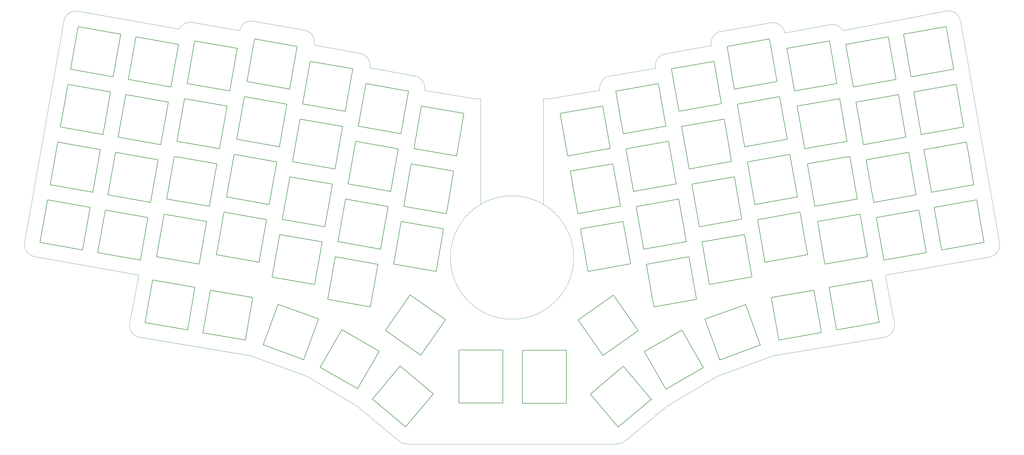
<source format=gbr>
%TF.GenerationSoftware,KiCad,Pcbnew,(6.0.5)*%
%TF.CreationDate,2022-11-14T00:40:42-08:00*%
%TF.ProjectId,po-modular-evq,706f2d6d-6f64-4756-9c61-722d6576712e,rev?*%
%TF.SameCoordinates,Original*%
%TF.FileFunction,Profile,NP*%
%FSLAX46Y46*%
G04 Gerber Fmt 4.6, Leading zero omitted, Abs format (unit mm)*
G04 Created by KiCad (PCBNEW (6.0.5)) date 2022-11-14 00:40:42*
%MOMM*%
%LPD*%
G01*
G04 APERTURE LIST*
%TA.AperFunction,Profile*%
%ADD10C,0.124256*%
%TD*%
%TA.AperFunction,Profile*%
%ADD11C,0.150000*%
%TD*%
G04 APERTURE END LIST*
D10*
X143300106Y-91368442D02*
G75*
G03*
X138979254Y-94452279I-573606J-3765258D01*
G01*
X86661503Y-88177844D02*
X119445996Y-93936464D01*
X123287031Y-91708394D02*
X138979267Y-94452275D01*
X258917083Y-109147111D02*
G75*
G03*
X255634694Y-113782214I676417J-3958789D01*
G01*
X143300102Y-91368469D02*
X159871459Y-94281217D01*
X347773511Y-193870487D02*
G75*
G03*
X351055906Y-189235399I-676411J3958787D01*
G01*
X103327799Y-189200735D02*
G75*
G03*
X106560665Y-193870461I3951101J-718565D01*
G01*
X81991781Y-91410727D02*
X69291776Y-163038736D01*
X106263087Y-173663154D02*
X103327776Y-189200731D01*
X293715085Y-206429150D02*
X277459093Y-216081151D01*
X347773507Y-193870464D02*
X311749087Y-199825153D01*
X277459093Y-216081151D02*
X263997092Y-227257152D01*
X311749087Y-199825153D02*
X293715085Y-206429150D01*
X260949087Y-228448852D02*
G75*
G03*
X263997092Y-227257152I13J4493752D01*
G01*
X193385088Y-228448872D02*
X260949087Y-228448876D01*
X348120592Y-173697817D02*
X351055905Y-189235397D01*
X381853088Y-167821156D02*
X348120592Y-173697817D01*
X385135487Y-163186086D02*
X372455085Y-91367158D01*
X367820017Y-88084758D02*
X334355093Y-94415152D01*
X330237170Y-92456283D02*
X315559083Y-95177153D01*
X310924023Y-91894751D02*
X294985091Y-94669157D01*
X291702689Y-99304219D02*
X276931480Y-101972083D01*
X273649089Y-106607155D02*
X258917090Y-109147151D01*
X214975085Y-116513159D02*
X198903984Y-113816886D01*
X195671091Y-109147161D02*
X181123976Y-106450885D01*
X177891085Y-101781153D02*
X163089975Y-99084876D01*
X276931487Y-101972123D02*
G75*
G03*
X273649082Y-106607160I676113J-3958577D01*
G01*
X142585088Y-199825154D02*
X160619086Y-206429151D01*
X315559092Y-95177151D02*
G75*
G03*
X310924025Y-91894764I-3958592J-676149D01*
G01*
X217020005Y-150800000D02*
X217020000Y-116510000D01*
X160619086Y-206429151D02*
X176875082Y-216081152D01*
X123287032Y-91708380D02*
G75*
G03*
X119445984Y-93936467I-259732J-3977120D01*
G01*
X190337064Y-227257178D02*
G75*
G03*
X193385094Y-228448874I3048036J3302178D01*
G01*
X198904009Y-113816891D02*
G75*
G03*
X195671092Y-109147155I-3951209J718491D01*
G01*
X239359086Y-116513154D02*
X237314171Y-116516313D01*
X72524664Y-167708462D02*
X106263087Y-173663154D01*
X69291764Y-163038734D02*
G75*
G03*
X72524661Y-167708468I3951536J-718266D01*
G01*
X106560660Y-193870464D02*
X142585088Y-199825154D01*
X217020000Y-116510000D02*
X214975085Y-116513159D01*
X294985083Y-94669111D02*
G75*
G03*
X291702695Y-99304220I676417J-3958789D01*
G01*
X334355132Y-94415130D02*
G75*
G03*
X330237163Y-92456281I-3450832J-1946570D01*
G01*
X381853091Y-167821176D02*
G75*
G03*
X385135489Y-163186084I-676391J3958776D01*
G01*
X237314176Y-150760000D02*
X237314171Y-116516313D01*
X176875082Y-216081152D02*
X190337090Y-227257150D01*
X255634686Y-113782213D02*
X239359086Y-116513154D01*
X86661503Y-88177845D02*
G75*
G03*
X81991780Y-91410742I-718423J-3951295D01*
G01*
X163089953Y-99084871D02*
G75*
G03*
X159871457Y-94281212I-3939153J840771D01*
G01*
X181123966Y-106450883D02*
G75*
G03*
X177891088Y-101781153I-3951366J718383D01*
G01*
X372455098Y-91367156D02*
G75*
G03*
X367820032Y-88084757I-3958598J-676144D01*
G01*
X247200000Y-168010000D02*
G75*
G03*
X247200000Y-168010000I-20000000J0D01*
G01*
D11*
%TO.C,SW2*%
X134883344Y-118949480D02*
X121096035Y-116518405D01*
X118664960Y-130305714D02*
X121096035Y-116518405D01*
X134883344Y-118949480D02*
X132452269Y-132736789D01*
X118664960Y-130305714D02*
X132452269Y-132736789D01*
%TO.C,SW3*%
X154289282Y-118309566D02*
X151858207Y-132096875D01*
X138070898Y-129665800D02*
X151858207Y-132096875D01*
X154289282Y-118309566D02*
X140501973Y-115878491D01*
X138070898Y-129665800D02*
X140501973Y-115878491D01*
%TO.C,SW4*%
X156087650Y-136904341D02*
X169874959Y-139335416D01*
X172306034Y-125548107D02*
X158518725Y-123117032D01*
X156087650Y-136904341D02*
X158518725Y-123117032D01*
X172306034Y-125548107D02*
X169874959Y-139335416D01*
%TO.C,SW5*%
X174104405Y-144142886D02*
X187891714Y-146573961D01*
X190322789Y-132786652D02*
X176535480Y-130355577D01*
X190322789Y-132786652D02*
X187891714Y-146573961D01*
X174104405Y-144142886D02*
X176535480Y-130355577D01*
%TO.C,SW6*%
X266539827Y-146569757D02*
X280327136Y-144138682D01*
X277896061Y-130351373D02*
X280327136Y-144138682D01*
X266539827Y-146569757D02*
X264108752Y-132782448D01*
X277896061Y-130351373D02*
X264108752Y-132782448D01*
%TO.C,SW7*%
X284556590Y-139331217D02*
X298343899Y-136900142D01*
X295912824Y-123112833D02*
X298343899Y-136900142D01*
X284556590Y-139331217D02*
X282125515Y-125543908D01*
X295912824Y-123112833D02*
X282125515Y-125543908D01*
%TO.C,SW8*%
X313929583Y-115874286D02*
X300142274Y-118305361D01*
X302573349Y-132092670D02*
X300142274Y-118305361D01*
X313929583Y-115874286D02*
X316360658Y-129661595D01*
X302573349Y-132092670D02*
X316360658Y-129661595D01*
%TO.C,SW9*%
X321979281Y-132732587D02*
X335766590Y-130301512D01*
X321979281Y-132732587D02*
X319548206Y-118945278D01*
X333335515Y-116514203D02*
X335766590Y-130301512D01*
X333335515Y-116514203D02*
X319548206Y-118945278D01*
%TO.C,SW10*%
X341037927Y-131402889D02*
X354825236Y-128971814D01*
X352394161Y-115184505D02*
X338606852Y-117615580D01*
X341037927Y-131402889D02*
X338606852Y-117615580D01*
X352394161Y-115184505D02*
X354825236Y-128971814D01*
%TO.C,SW11*%
X112525384Y-136331119D02*
X110094309Y-150118428D01*
X96307000Y-147687353D02*
X110094309Y-150118428D01*
X112525384Y-136331119D02*
X98738075Y-133900044D01*
X96307000Y-147687353D02*
X98738075Y-133900044D01*
%TO.C,SW12*%
X115365642Y-149017053D02*
X117796717Y-135229744D01*
X131584026Y-137660819D02*
X129152951Y-151448128D01*
X115365642Y-149017053D02*
X129152951Y-151448128D01*
X131584026Y-137660819D02*
X117796717Y-135229744D01*
%TO.C,SW13*%
X150989969Y-137020906D02*
X148558894Y-150808215D01*
X134771585Y-148377140D02*
X148558894Y-150808215D01*
X150989969Y-137020906D02*
X137202660Y-134589831D01*
X134771585Y-148377140D02*
X137202660Y-134589831D01*
%TO.C,SW14*%
X152788336Y-155615691D02*
X155219411Y-141828382D01*
X152788336Y-155615691D02*
X166575645Y-158046766D01*
X169006720Y-144259457D02*
X155219411Y-141828382D01*
X169006720Y-144259457D02*
X166575645Y-158046766D01*
%TO.C,SW15*%
X187023478Y-151498009D02*
X173236169Y-149066934D01*
X170805094Y-162854243D02*
X173236169Y-149066934D01*
X187023478Y-151498009D02*
X184592403Y-165285318D01*
X170805094Y-162854243D02*
X184592403Y-165285318D01*
%TO.C,SW16*%
X281195380Y-149062725D02*
X283626455Y-162850034D01*
X269839146Y-165281109D02*
X267408071Y-151493800D01*
X269839146Y-165281109D02*
X283626455Y-162850034D01*
X281195380Y-149062725D02*
X267408071Y-151493800D01*
%TO.C,SW17*%
X287855906Y-158042566D02*
X285424831Y-144255257D01*
X287855906Y-158042566D02*
X301643215Y-155611491D01*
X299212140Y-141824182D02*
X285424831Y-144255257D01*
X299212140Y-141824182D02*
X301643215Y-155611491D01*
%TO.C,SW18*%
X305872656Y-150804013D02*
X319659965Y-148372938D01*
X305872656Y-150804013D02*
X303441581Y-137016704D01*
X317228890Y-134585629D02*
X303441581Y-137016704D01*
X317228890Y-134585629D02*
X319659965Y-148372938D01*
%TO.C,SW19*%
X325278605Y-151443932D02*
X339065914Y-149012857D01*
X325278605Y-151443932D02*
X322847530Y-137656623D01*
X336634839Y-135225548D02*
X339065914Y-149012857D01*
X336634839Y-135225548D02*
X322847530Y-137656623D01*
%TO.C,SW20*%
X355693473Y-133895848D02*
X358124548Y-147683157D01*
X344337239Y-150114232D02*
X341906164Y-136326923D01*
X344337239Y-150114232D02*
X358124548Y-147683157D01*
X355693473Y-133895848D02*
X341906164Y-136326923D01*
%TO.C,SW21*%
X93007680Y-166398704D02*
X95438755Y-152611395D01*
X109226064Y-155042470D02*
X95438755Y-152611395D01*
X109226064Y-155042470D02*
X106794989Y-168829779D01*
X93007680Y-166398704D02*
X106794989Y-168829779D01*
%TO.C,SW22*%
X128284714Y-156372170D02*
X114497405Y-153941095D01*
X128284714Y-156372170D02*
X125853639Y-170159479D01*
X112066330Y-167728404D02*
X114497405Y-153941095D01*
X112066330Y-167728404D02*
X125853639Y-170159479D01*
%TO.C,SW23*%
X131472268Y-167088483D02*
X133903343Y-153301174D01*
X131472268Y-167088483D02*
X145259577Y-169519558D01*
X147690652Y-155732249D02*
X133903343Y-153301174D01*
X147690652Y-155732249D02*
X145259577Y-169519558D01*
%TO.C,SW24*%
X165707404Y-162970795D02*
X163276329Y-176758104D01*
X149489020Y-174327029D02*
X151920095Y-160539720D01*
X149489020Y-174327029D02*
X163276329Y-176758104D01*
X165707404Y-162970795D02*
X151920095Y-160539720D01*
%TO.C,SW25*%
X183724164Y-170209346D02*
X181293089Y-183996655D01*
X167505780Y-181565580D02*
X169936855Y-167778271D01*
X183724164Y-170209346D02*
X169936855Y-167778271D01*
X167505780Y-181565580D02*
X181293089Y-183996655D01*
%TO.C,SW26*%
X273138472Y-183992459D02*
X270707397Y-170205150D01*
X273138472Y-183992459D02*
X286925781Y-181561384D01*
X284494706Y-167774075D02*
X286925781Y-181561384D01*
X284494706Y-167774075D02*
X270707397Y-170205150D01*
%TO.C,SW27*%
X302511450Y-160535526D02*
X304942525Y-174322835D01*
X291155216Y-176753910D02*
X288724141Y-162966601D01*
X302511450Y-160535526D02*
X288724141Y-162966601D01*
X291155216Y-176753910D02*
X304942525Y-174322835D01*
%TO.C,SW28*%
X309171971Y-169515368D02*
X322959280Y-167084293D01*
X320528205Y-153296984D02*
X322959280Y-167084293D01*
X320528205Y-153296984D02*
X306740896Y-155728059D01*
X309171971Y-169515368D02*
X306740896Y-155728059D01*
%TO.C,SW29*%
X328577915Y-170155280D02*
X342365224Y-167724205D01*
X339934149Y-153936896D02*
X342365224Y-167724205D01*
X339934149Y-153936896D02*
X326146840Y-156367971D01*
X328577915Y-170155280D02*
X326146840Y-156367971D01*
%TO.C,SW30*%
X358992786Y-152607194D02*
X345205477Y-155038269D01*
X347636552Y-168825578D02*
X361423861Y-166394503D01*
X358992786Y-152607194D02*
X361423861Y-166394503D01*
X347636552Y-168825578D02*
X345205477Y-155038269D01*
%TO.C,SW31*%
X108305109Y-189059341D02*
X122092418Y-191490416D01*
X108305109Y-189059341D02*
X110736184Y-175272032D01*
X124523493Y-177703107D02*
X110736184Y-175272032D01*
X124523493Y-177703107D02*
X122092418Y-191490416D01*
%TO.C,SW32*%
X127016454Y-192358655D02*
X140803763Y-194789730D01*
X143234838Y-181002421D02*
X140803763Y-194789730D01*
X127016454Y-192358655D02*
X129447529Y-178571346D01*
X143234838Y-181002421D02*
X129447529Y-178571346D01*
%TO.C,SW33*%
X164539894Y-187929110D02*
X159751612Y-201084806D01*
X146595916Y-196296524D02*
X151384198Y-183140828D01*
X164539894Y-187929110D02*
X151384198Y-183140828D01*
X146595916Y-196296524D02*
X159751612Y-201084806D01*
%TO.C,SW36*%
X261557141Y-222991747D02*
X272281763Y-213992721D01*
X263282737Y-203268099D02*
X252558115Y-212267125D01*
X263282737Y-203268099D02*
X272281763Y-213992721D01*
X261557141Y-222991747D02*
X252558115Y-212267125D01*
%TO.C,SW37*%
X277059957Y-210646997D02*
X289184313Y-203646997D01*
X282184313Y-191522641D02*
X289184313Y-203646997D01*
X282184313Y-191522641D02*
X270059957Y-198522641D01*
X277059957Y-210646997D02*
X270059957Y-198522641D01*
%TO.C,SW38*%
X294484349Y-201178222D02*
X289696067Y-188022526D01*
X302851763Y-183234244D02*
X289696067Y-188022526D01*
X294484349Y-201178222D02*
X307640045Y-196389940D01*
X302851763Y-183234244D02*
X307640045Y-196389940D01*
%TO.C,SW39*%
X324984019Y-178567152D02*
X311196710Y-180998227D01*
X324984019Y-178567152D02*
X327415094Y-192354461D01*
X313627785Y-194785536D02*
X327415094Y-192354461D01*
X313627785Y-194785536D02*
X311196710Y-180998227D01*
%TO.C,SW40*%
X332339135Y-191486217D02*
X329908060Y-177698908D01*
X343695369Y-175267833D02*
X329908060Y-177698908D01*
X343695369Y-175267833D02*
X346126444Y-189055142D01*
X332339135Y-191486217D02*
X346126444Y-189055142D01*
%TO.C,SW1*%
X115824698Y-117619769D02*
X113393623Y-131407078D01*
X115824698Y-117619769D02*
X102037389Y-115188694D01*
X99606314Y-128976003D02*
X102037389Y-115188694D01*
X99606314Y-128976003D02*
X113393623Y-131407078D01*
%TO.C,SW43*%
X119124014Y-98908427D02*
X105336705Y-96477352D01*
X119124014Y-98908427D02*
X116692939Y-112695736D01*
X102905630Y-110264661D02*
X105336705Y-96477352D01*
X102905630Y-110264661D02*
X116692939Y-112695736D01*
%TO.C,SW45*%
X121964275Y-111594367D02*
X124395350Y-97807058D01*
X138182659Y-100238133D02*
X124395350Y-97807058D01*
X138182659Y-100238133D02*
X135751584Y-114025442D01*
X121964275Y-111594367D02*
X135751584Y-114025442D01*
%TO.C,SW47*%
X141370214Y-110954448D02*
X143801289Y-97167139D01*
X157588598Y-99598214D02*
X143801289Y-97167139D01*
X157588598Y-99598214D02*
X155157523Y-113385523D01*
X141370214Y-110954448D02*
X155157523Y-113385523D01*
%TO.C,SW48*%
X256620181Y-199736038D02*
X268088309Y-191705968D01*
X260058239Y-180237840D02*
X248590111Y-188267910D01*
X256620181Y-199736038D02*
X248590111Y-188267910D01*
X260058239Y-180237840D02*
X268088309Y-191705968D01*
%TO.C,SW49*%
X159386960Y-118192995D02*
X173174269Y-120624070D01*
X175605344Y-106836761D02*
X173174269Y-120624070D01*
X159386960Y-118192995D02*
X161818035Y-104405686D01*
X175605344Y-106836761D02*
X161818035Y-104405686D01*
%TO.C,SW50*%
X337738614Y-112691539D02*
X335307539Y-98904230D01*
X337738614Y-112691539D02*
X351525923Y-110260464D01*
X349094848Y-96473155D02*
X335307539Y-98904230D01*
X349094848Y-96473155D02*
X351525923Y-110260464D01*
%TO.C,SW52*%
X274596758Y-111640027D02*
X260809449Y-114071102D01*
X263240524Y-127858411D02*
X277027833Y-125427336D01*
X274596758Y-111640027D02*
X277027833Y-125427336D01*
X263240524Y-127858411D02*
X260809449Y-114071102D01*
%TO.C,SW53*%
X292613516Y-104401488D02*
X295044591Y-118188797D01*
X281257282Y-120619872D02*
X278826207Y-106832563D01*
X292613516Y-104401488D02*
X278826207Y-106832563D01*
X281257282Y-120619872D02*
X295044591Y-118188797D01*
%TO.C,SW54*%
X310630260Y-97162947D02*
X296842951Y-99594022D01*
X299274026Y-113381331D02*
X296842951Y-99594022D01*
X310630260Y-97162947D02*
X313061335Y-110950256D01*
X299274026Y-113381331D02*
X313061335Y-110950256D01*
%TO.C,SW55*%
X330036203Y-97802862D02*
X316248894Y-100233937D01*
X330036203Y-97802862D02*
X332467278Y-111590171D01*
X318679969Y-114021246D02*
X332467278Y-111590171D01*
X318679969Y-114021246D02*
X316248894Y-100233937D01*
%TO.C,SW51*%
X177403721Y-125431540D02*
X179834796Y-111644231D01*
X193622105Y-114075306D02*
X179834796Y-111644231D01*
X177403721Y-125431540D02*
X191191030Y-127862615D01*
X193622105Y-114075306D02*
X191191030Y-127862615D01*
%TO.C,SW42*%
X84194285Y-106965349D02*
X97981594Y-109396424D01*
X100412669Y-95609115D02*
X86625360Y-93178040D01*
X100412669Y-95609115D02*
X97981594Y-109396424D01*
X84194285Y-106965349D02*
X86625360Y-93178040D01*
%TO.C,SW44*%
X80894968Y-125676686D02*
X94682277Y-128107761D01*
X97113352Y-114320452D02*
X94682277Y-128107761D01*
X80894968Y-125676686D02*
X83326043Y-111889377D01*
X97113352Y-114320452D02*
X83326043Y-111889377D01*
%TO.C,SW57*%
X77595660Y-144388041D02*
X80026735Y-130600732D01*
X93814044Y-133031807D02*
X80026735Y-130600732D01*
X77595660Y-144388041D02*
X91382969Y-146819116D01*
X93814044Y-133031807D02*
X91382969Y-146819116D01*
%TO.C,SW58*%
X74296330Y-163099385D02*
X76727405Y-149312076D01*
X90514714Y-151743151D02*
X76727405Y-149312076D01*
X90514714Y-151743151D02*
X88083639Y-165530460D01*
X74296330Y-163099385D02*
X88083639Y-165530460D01*
%TO.C,SW59*%
X195420464Y-132670099D02*
X209207773Y-135101174D01*
X211638848Y-121313865D02*
X209207773Y-135101174D01*
X211638848Y-121313865D02*
X197851539Y-118882790D01*
X195420464Y-132670099D02*
X197851539Y-118882790D01*
%TO.C,SW60*%
X192121157Y-151381435D02*
X205908466Y-153812510D01*
X208339541Y-140025201D02*
X205908466Y-153812510D01*
X208339541Y-140025201D02*
X194552232Y-137594126D01*
X192121157Y-151381435D02*
X194552232Y-137594126D01*
%TO.C,SW61*%
X205040240Y-158736549D02*
X202609165Y-172523858D01*
X188821856Y-170092783D02*
X191252931Y-156305474D01*
X188821856Y-170092783D02*
X202609165Y-172523858D01*
X205040240Y-158736549D02*
X191252931Y-156305474D01*
%TO.C,SW65*%
X245223767Y-135096963D02*
X242792692Y-121309654D01*
X245223767Y-135096963D02*
X259011076Y-132665888D01*
X256580001Y-118878579D02*
X259011076Y-132665888D01*
X256580001Y-118878579D02*
X242792692Y-121309654D01*
%TO.C,SW66*%
X248523083Y-153808310D02*
X262310392Y-151377235D01*
X248523083Y-153808310D02*
X246092008Y-140021001D01*
X259879317Y-137589926D02*
X262310392Y-151377235D01*
X259879317Y-137589926D02*
X246092008Y-140021001D01*
%TO.C,SW67*%
X263178627Y-156301275D02*
X265609702Y-170088584D01*
X251822393Y-172519659D02*
X249391318Y-158732350D01*
X263178627Y-156301275D02*
X249391318Y-158732350D01*
X251822393Y-172519659D02*
X265609702Y-170088584D01*
%TO.C,SW69*%
X374404820Y-130596534D02*
X360617511Y-133027609D01*
X363048586Y-146814918D02*
X360617511Y-133027609D01*
X374404820Y-130596534D02*
X376835895Y-144383843D01*
X363048586Y-146814918D02*
X376835895Y-144383843D01*
%TO.C,SW70*%
X366347899Y-165526262D02*
X380135208Y-163095187D01*
X377704133Y-149307878D02*
X363916824Y-151738953D01*
X377704133Y-149307878D02*
X380135208Y-163095187D01*
X366347899Y-165526262D02*
X363916824Y-151738953D01*
%TO.C,SW71*%
X356449963Y-109392223D02*
X370237272Y-106961148D01*
X367806197Y-93173839D02*
X370237272Y-106961148D01*
X367806197Y-93173839D02*
X354018888Y-95604914D01*
X356449963Y-109392223D02*
X354018888Y-95604914D01*
%TO.C,SW72*%
X359749270Y-128103569D02*
X357318195Y-114316260D01*
X371105504Y-111885185D02*
X357318195Y-114316260D01*
X359749270Y-128103569D02*
X373536579Y-125672494D01*
X371105504Y-111885185D02*
X373536579Y-125672494D01*
%TO.C,SW34*%
X165051460Y-203545444D02*
X177175816Y-210545444D01*
X184175816Y-198421088D02*
X172051460Y-191421088D01*
X165051460Y-203545444D02*
X172051460Y-191421088D01*
X184175816Y-198421088D02*
X177175816Y-210545444D01*
%TO.C,SW35*%
X201705060Y-212183617D02*
X192706034Y-222908239D01*
X201705060Y-212183617D02*
X190980438Y-203184591D01*
X181981412Y-213909213D02*
X190980438Y-203184591D01*
X181981412Y-213909213D02*
X192706034Y-222908239D01*
%TO.C,SW56*%
X205673062Y-188184402D02*
X194204934Y-180154332D01*
X186174864Y-191622460D02*
X197642992Y-199652530D01*
X186174864Y-191622460D02*
X194204934Y-180154332D01*
X205673062Y-188184402D02*
X197642992Y-199652530D01*
%TO.C,SW62*%
X244819940Y-215269924D02*
X230619940Y-215269924D01*
X230619940Y-215269924D02*
X230619940Y-198069924D01*
X244819940Y-215269924D02*
X244819940Y-198069924D01*
X244819940Y-198069924D02*
X230619940Y-198069924D01*
%TO.C,SW64*%
X210033235Y-215196416D02*
X210033235Y-197996416D01*
X224233235Y-215196416D02*
X210033235Y-215196416D01*
X224233235Y-215196416D02*
X224233235Y-197996416D01*
X224233235Y-197996416D02*
X210033235Y-197996416D01*
%TD*%
M02*

</source>
